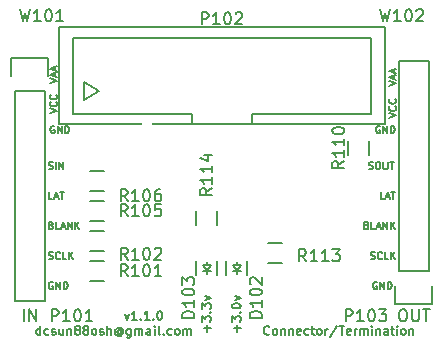
<source format=gbr>
G04 #@! TF.GenerationSoftware,KiCad,Pcbnew,(5.1.5)*
G04 #@! TF.CreationDate,2019-12-06T17:14:53-05:00*
G04 #@! TF.ProjectId,term,7465726d-2e6b-4696-9361-645f70636258,rev?*
G04 #@! TF.SameCoordinates,Original*
G04 #@! TF.FileFunction,Legend,Top*
G04 #@! TF.FilePolarity,Positive*
%FSLAX46Y46*%
G04 Gerber Fmt 4.6, Leading zero omitted, Abs format (unit mm)*
G04 Created by KiCad (PCBNEW (5.1.5)) date 2019-12-06 17:14:53*
%MOMM*%
%LPD*%
G04 APERTURE LIST*
%ADD10C,0.150000*%
%ADD11C,1.016000*%
%ADD12C,2.032000*%
%ADD13R,2.032000X1.778000*%
%ADD14C,2.286000*%
%ADD15R,1.778000X1.778000*%
%ADD16C,1.778000*%
%ADD17R,1.000000X1.300000*%
%ADD18R,1.300000X1.000000*%
%ADD19R,1.300000X1.200000*%
%ADD20C,0.889000*%
G04 APERTURE END LIST*
D10*
X143563571Y-111827285D02*
X143563571Y-111255857D01*
X143849285Y-111541571D02*
X143277857Y-111541571D01*
X143099285Y-110970142D02*
X143099285Y-110505857D01*
X143385000Y-110755857D01*
X143385000Y-110648714D01*
X143420714Y-110577285D01*
X143456428Y-110541571D01*
X143527857Y-110505857D01*
X143706428Y-110505857D01*
X143777857Y-110541571D01*
X143813571Y-110577285D01*
X143849285Y-110648714D01*
X143849285Y-110863000D01*
X143813571Y-110934428D01*
X143777857Y-110970142D01*
X143777857Y-110184428D02*
X143813571Y-110148714D01*
X143849285Y-110184428D01*
X143813571Y-110220142D01*
X143777857Y-110184428D01*
X143849285Y-110184428D01*
X143099285Y-109898714D02*
X143099285Y-109434428D01*
X143385000Y-109684428D01*
X143385000Y-109577285D01*
X143420714Y-109505857D01*
X143456428Y-109470142D01*
X143527857Y-109434428D01*
X143706428Y-109434428D01*
X143777857Y-109470142D01*
X143813571Y-109505857D01*
X143849285Y-109577285D01*
X143849285Y-109791571D01*
X143813571Y-109863000D01*
X143777857Y-109898714D01*
X143349285Y-109184428D02*
X143849285Y-109005857D01*
X143349285Y-108827285D01*
X146103571Y-111827285D02*
X146103571Y-111255857D01*
X146389285Y-111541571D02*
X145817857Y-111541571D01*
X145639285Y-110970142D02*
X145639285Y-110505857D01*
X145925000Y-110755857D01*
X145925000Y-110648714D01*
X145960714Y-110577285D01*
X145996428Y-110541571D01*
X146067857Y-110505857D01*
X146246428Y-110505857D01*
X146317857Y-110541571D01*
X146353571Y-110577285D01*
X146389285Y-110648714D01*
X146389285Y-110863000D01*
X146353571Y-110934428D01*
X146317857Y-110970142D01*
X146317857Y-110184428D02*
X146353571Y-110148714D01*
X146389285Y-110184428D01*
X146353571Y-110220142D01*
X146317857Y-110184428D01*
X146389285Y-110184428D01*
X145639285Y-109684428D02*
X145639285Y-109613000D01*
X145675000Y-109541571D01*
X145710714Y-109505857D01*
X145782142Y-109470142D01*
X145925000Y-109434428D01*
X146103571Y-109434428D01*
X146246428Y-109470142D01*
X146317857Y-109505857D01*
X146353571Y-109541571D01*
X146389285Y-109613000D01*
X146389285Y-109684428D01*
X146353571Y-109755857D01*
X146317857Y-109791571D01*
X146246428Y-109827285D01*
X146103571Y-109863000D01*
X145925000Y-109863000D01*
X145782142Y-109827285D01*
X145710714Y-109791571D01*
X145675000Y-109755857D01*
X145639285Y-109684428D01*
X145889285Y-109184428D02*
X146389285Y-109005857D01*
X145889285Y-108827285D01*
X158170071Y-94442000D02*
X158112928Y-94413428D01*
X158027214Y-94413428D01*
X157941500Y-94442000D01*
X157884357Y-94499142D01*
X157855785Y-94556285D01*
X157827214Y-94670571D01*
X157827214Y-94756285D01*
X157855785Y-94870571D01*
X157884357Y-94927714D01*
X157941500Y-94984857D01*
X158027214Y-95013428D01*
X158084357Y-95013428D01*
X158170071Y-94984857D01*
X158198642Y-94956285D01*
X158198642Y-94756285D01*
X158084357Y-94756285D01*
X158455785Y-95013428D02*
X158455785Y-94413428D01*
X158798642Y-95013428D01*
X158798642Y-94413428D01*
X159084357Y-95013428D02*
X159084357Y-94413428D01*
X159227214Y-94413428D01*
X159312928Y-94442000D01*
X159370071Y-94499142D01*
X159398642Y-94556285D01*
X159427214Y-94670571D01*
X159427214Y-94756285D01*
X159398642Y-94870571D01*
X159370071Y-94927714D01*
X159312928Y-94984857D01*
X159227214Y-95013428D01*
X159084357Y-95013428D01*
X157916071Y-107650000D02*
X157858928Y-107621428D01*
X157773214Y-107621428D01*
X157687500Y-107650000D01*
X157630357Y-107707142D01*
X157601785Y-107764285D01*
X157573214Y-107878571D01*
X157573214Y-107964285D01*
X157601785Y-108078571D01*
X157630357Y-108135714D01*
X157687500Y-108192857D01*
X157773214Y-108221428D01*
X157830357Y-108221428D01*
X157916071Y-108192857D01*
X157944642Y-108164285D01*
X157944642Y-107964285D01*
X157830357Y-107964285D01*
X158201785Y-108221428D02*
X158201785Y-107621428D01*
X158544642Y-108221428D01*
X158544642Y-107621428D01*
X158830357Y-108221428D02*
X158830357Y-107621428D01*
X158973214Y-107621428D01*
X159058928Y-107650000D01*
X159116071Y-107707142D01*
X159144642Y-107764285D01*
X159173214Y-107878571D01*
X159173214Y-107964285D01*
X159144642Y-108078571D01*
X159116071Y-108135714D01*
X159058928Y-108192857D01*
X158973214Y-108221428D01*
X158830357Y-108221428D01*
X157055785Y-102827142D02*
X157141500Y-102855714D01*
X157170071Y-102884285D01*
X157198642Y-102941428D01*
X157198642Y-103027142D01*
X157170071Y-103084285D01*
X157141500Y-103112857D01*
X157084357Y-103141428D01*
X156855785Y-103141428D01*
X156855785Y-102541428D01*
X157055785Y-102541428D01*
X157112928Y-102570000D01*
X157141500Y-102598571D01*
X157170071Y-102655714D01*
X157170071Y-102712857D01*
X157141500Y-102770000D01*
X157112928Y-102798571D01*
X157055785Y-102827142D01*
X156855785Y-102827142D01*
X157741500Y-103141428D02*
X157455785Y-103141428D01*
X157455785Y-102541428D01*
X157912928Y-102970000D02*
X158198642Y-102970000D01*
X157855785Y-103141428D02*
X158055785Y-102541428D01*
X158255785Y-103141428D01*
X158455785Y-103141428D02*
X158455785Y-102541428D01*
X158798642Y-103141428D01*
X158798642Y-102541428D01*
X159084357Y-103141428D02*
X159084357Y-102541428D01*
X159427214Y-103141428D02*
X159170071Y-102798571D01*
X159427214Y-102541428D02*
X159084357Y-102884285D01*
X157398642Y-105652857D02*
X157484357Y-105681428D01*
X157627214Y-105681428D01*
X157684357Y-105652857D01*
X157712928Y-105624285D01*
X157741500Y-105567142D01*
X157741500Y-105510000D01*
X157712928Y-105452857D01*
X157684357Y-105424285D01*
X157627214Y-105395714D01*
X157512928Y-105367142D01*
X157455785Y-105338571D01*
X157427214Y-105310000D01*
X157398642Y-105252857D01*
X157398642Y-105195714D01*
X157427214Y-105138571D01*
X157455785Y-105110000D01*
X157512928Y-105081428D01*
X157655785Y-105081428D01*
X157741500Y-105110000D01*
X158341500Y-105624285D02*
X158312928Y-105652857D01*
X158227214Y-105681428D01*
X158170071Y-105681428D01*
X158084357Y-105652857D01*
X158027214Y-105595714D01*
X157998642Y-105538571D01*
X157970071Y-105424285D01*
X157970071Y-105338571D01*
X157998642Y-105224285D01*
X158027214Y-105167142D01*
X158084357Y-105110000D01*
X158170071Y-105081428D01*
X158227214Y-105081428D01*
X158312928Y-105110000D01*
X158341500Y-105138571D01*
X158884357Y-105681428D02*
X158598642Y-105681428D01*
X158598642Y-105081428D01*
X159084357Y-105681428D02*
X159084357Y-105081428D01*
X159427214Y-105681428D02*
X159170071Y-105338571D01*
X159427214Y-105081428D02*
X159084357Y-105424285D01*
X158512928Y-100601428D02*
X158227214Y-100601428D01*
X158227214Y-100001428D01*
X158684357Y-100430000D02*
X158970071Y-100430000D01*
X158627214Y-100601428D02*
X158827214Y-100001428D01*
X159027214Y-100601428D01*
X159141500Y-100001428D02*
X159484357Y-100001428D01*
X159312928Y-100601428D02*
X159312928Y-100001428D01*
X160036000Y-109942380D02*
X160226476Y-109942380D01*
X160321714Y-109990000D01*
X160416952Y-110085238D01*
X160464571Y-110275714D01*
X160464571Y-110609047D01*
X160416952Y-110799523D01*
X160321714Y-110894761D01*
X160226476Y-110942380D01*
X160036000Y-110942380D01*
X159940761Y-110894761D01*
X159845523Y-110799523D01*
X159797904Y-110609047D01*
X159797904Y-110275714D01*
X159845523Y-110085238D01*
X159940761Y-109990000D01*
X160036000Y-109942380D01*
X160893142Y-109942380D02*
X160893142Y-110751904D01*
X160940761Y-110847142D01*
X160988380Y-110894761D01*
X161083619Y-110942380D01*
X161274095Y-110942380D01*
X161369333Y-110894761D01*
X161416952Y-110847142D01*
X161464571Y-110751904D01*
X161464571Y-109942380D01*
X161797904Y-109942380D02*
X162369333Y-109942380D01*
X162083619Y-110942380D02*
X162083619Y-109942380D01*
X128000190Y-110942380D02*
X128000190Y-109942380D01*
X128476380Y-110942380D02*
X128476380Y-109942380D01*
X129047809Y-110942380D01*
X129047809Y-109942380D01*
X130227428Y-90777357D02*
X130827428Y-90577357D01*
X130227428Y-90377357D01*
X130656000Y-90205928D02*
X130656000Y-89920214D01*
X130827428Y-90263071D02*
X130227428Y-90063071D01*
X130827428Y-89863071D01*
X130656000Y-89691642D02*
X130656000Y-89405928D01*
X130827428Y-89748785D02*
X130227428Y-89548785D01*
X130827428Y-89348785D01*
X130227428Y-93317357D02*
X130827428Y-93117357D01*
X130227428Y-92917357D01*
X130770285Y-92374500D02*
X130798857Y-92403071D01*
X130827428Y-92488785D01*
X130827428Y-92545928D01*
X130798857Y-92631642D01*
X130741714Y-92688785D01*
X130684571Y-92717357D01*
X130570285Y-92745928D01*
X130484571Y-92745928D01*
X130370285Y-92717357D01*
X130313142Y-92688785D01*
X130256000Y-92631642D01*
X130227428Y-92545928D01*
X130227428Y-92488785D01*
X130256000Y-92403071D01*
X130284571Y-92374500D01*
X130770285Y-91774500D02*
X130798857Y-91803071D01*
X130827428Y-91888785D01*
X130827428Y-91945928D01*
X130798857Y-92031642D01*
X130741714Y-92088785D01*
X130684571Y-92117357D01*
X130570285Y-92145928D01*
X130484571Y-92145928D01*
X130370285Y-92117357D01*
X130313142Y-92088785D01*
X130256000Y-92031642D01*
X130227428Y-91945928D01*
X130227428Y-91888785D01*
X130256000Y-91803071D01*
X130284571Y-91774500D01*
X136568857Y-110329285D02*
X136747428Y-110829285D01*
X136926000Y-110329285D01*
X137604571Y-110829285D02*
X137176000Y-110829285D01*
X137390285Y-110829285D02*
X137390285Y-110079285D01*
X137318857Y-110186428D01*
X137247428Y-110257857D01*
X137176000Y-110293571D01*
X137926000Y-110757857D02*
X137961714Y-110793571D01*
X137926000Y-110829285D01*
X137890285Y-110793571D01*
X137926000Y-110757857D01*
X137926000Y-110829285D01*
X138676000Y-110829285D02*
X138247428Y-110829285D01*
X138461714Y-110829285D02*
X138461714Y-110079285D01*
X138390285Y-110186428D01*
X138318857Y-110257857D01*
X138247428Y-110293571D01*
X138997428Y-110757857D02*
X139033142Y-110793571D01*
X138997428Y-110829285D01*
X138961714Y-110793571D01*
X138997428Y-110757857D01*
X138997428Y-110829285D01*
X139497428Y-110079285D02*
X139568857Y-110079285D01*
X139640285Y-110115000D01*
X139676000Y-110150714D01*
X139711714Y-110222142D01*
X139747428Y-110365000D01*
X139747428Y-110543571D01*
X139711714Y-110686428D01*
X139676000Y-110757857D01*
X139640285Y-110793571D01*
X139568857Y-110829285D01*
X139497428Y-110829285D01*
X139426000Y-110793571D01*
X139390285Y-110757857D01*
X139354571Y-110686428D01*
X139318857Y-110543571D01*
X139318857Y-110365000D01*
X139354571Y-110222142D01*
X139390285Y-110150714D01*
X139426000Y-110115000D01*
X139497428Y-110079285D01*
X148811000Y-112027857D02*
X148775285Y-112063571D01*
X148668142Y-112099285D01*
X148596714Y-112099285D01*
X148489571Y-112063571D01*
X148418142Y-111992142D01*
X148382428Y-111920714D01*
X148346714Y-111777857D01*
X148346714Y-111670714D01*
X148382428Y-111527857D01*
X148418142Y-111456428D01*
X148489571Y-111385000D01*
X148596714Y-111349285D01*
X148668142Y-111349285D01*
X148775285Y-111385000D01*
X148811000Y-111420714D01*
X149239571Y-112099285D02*
X149168142Y-112063571D01*
X149132428Y-112027857D01*
X149096714Y-111956428D01*
X149096714Y-111742142D01*
X149132428Y-111670714D01*
X149168142Y-111635000D01*
X149239571Y-111599285D01*
X149346714Y-111599285D01*
X149418142Y-111635000D01*
X149453857Y-111670714D01*
X149489571Y-111742142D01*
X149489571Y-111956428D01*
X149453857Y-112027857D01*
X149418142Y-112063571D01*
X149346714Y-112099285D01*
X149239571Y-112099285D01*
X149811000Y-111599285D02*
X149811000Y-112099285D01*
X149811000Y-111670714D02*
X149846714Y-111635000D01*
X149918142Y-111599285D01*
X150025285Y-111599285D01*
X150096714Y-111635000D01*
X150132428Y-111706428D01*
X150132428Y-112099285D01*
X150489571Y-111599285D02*
X150489571Y-112099285D01*
X150489571Y-111670714D02*
X150525285Y-111635000D01*
X150596714Y-111599285D01*
X150703857Y-111599285D01*
X150775285Y-111635000D01*
X150811000Y-111706428D01*
X150811000Y-112099285D01*
X151453857Y-112063571D02*
X151382428Y-112099285D01*
X151239571Y-112099285D01*
X151168142Y-112063571D01*
X151132428Y-111992142D01*
X151132428Y-111706428D01*
X151168142Y-111635000D01*
X151239571Y-111599285D01*
X151382428Y-111599285D01*
X151453857Y-111635000D01*
X151489571Y-111706428D01*
X151489571Y-111777857D01*
X151132428Y-111849285D01*
X152132428Y-112063571D02*
X152061000Y-112099285D01*
X151918142Y-112099285D01*
X151846714Y-112063571D01*
X151811000Y-112027857D01*
X151775285Y-111956428D01*
X151775285Y-111742142D01*
X151811000Y-111670714D01*
X151846714Y-111635000D01*
X151918142Y-111599285D01*
X152061000Y-111599285D01*
X152132428Y-111635000D01*
X152346714Y-111599285D02*
X152632428Y-111599285D01*
X152453857Y-111349285D02*
X152453857Y-111992142D01*
X152489571Y-112063571D01*
X152561000Y-112099285D01*
X152632428Y-112099285D01*
X152989571Y-112099285D02*
X152918142Y-112063571D01*
X152882428Y-112027857D01*
X152846714Y-111956428D01*
X152846714Y-111742142D01*
X152882428Y-111670714D01*
X152918142Y-111635000D01*
X152989571Y-111599285D01*
X153096714Y-111599285D01*
X153168142Y-111635000D01*
X153203857Y-111670714D01*
X153239571Y-111742142D01*
X153239571Y-111956428D01*
X153203857Y-112027857D01*
X153168142Y-112063571D01*
X153096714Y-112099285D01*
X152989571Y-112099285D01*
X153561000Y-112099285D02*
X153561000Y-111599285D01*
X153561000Y-111742142D02*
X153596714Y-111670714D01*
X153632428Y-111635000D01*
X153703857Y-111599285D01*
X153775285Y-111599285D01*
X154561000Y-111313571D02*
X153918142Y-112277857D01*
X154703857Y-111349285D02*
X155132428Y-111349285D01*
X154918142Y-112099285D02*
X154918142Y-111349285D01*
X155668142Y-112063571D02*
X155596714Y-112099285D01*
X155453857Y-112099285D01*
X155382428Y-112063571D01*
X155346714Y-111992142D01*
X155346714Y-111706428D01*
X155382428Y-111635000D01*
X155453857Y-111599285D01*
X155596714Y-111599285D01*
X155668142Y-111635000D01*
X155703857Y-111706428D01*
X155703857Y-111777857D01*
X155346714Y-111849285D01*
X156025285Y-112099285D02*
X156025285Y-111599285D01*
X156025285Y-111742142D02*
X156061000Y-111670714D01*
X156096714Y-111635000D01*
X156168142Y-111599285D01*
X156239571Y-111599285D01*
X156489571Y-112099285D02*
X156489571Y-111599285D01*
X156489571Y-111670714D02*
X156525285Y-111635000D01*
X156596714Y-111599285D01*
X156703857Y-111599285D01*
X156775285Y-111635000D01*
X156811000Y-111706428D01*
X156811000Y-112099285D01*
X156811000Y-111706428D02*
X156846714Y-111635000D01*
X156918142Y-111599285D01*
X157025285Y-111599285D01*
X157096714Y-111635000D01*
X157132428Y-111706428D01*
X157132428Y-112099285D01*
X157489571Y-112099285D02*
X157489571Y-111599285D01*
X157489571Y-111349285D02*
X157453857Y-111385000D01*
X157489571Y-111420714D01*
X157525285Y-111385000D01*
X157489571Y-111349285D01*
X157489571Y-111420714D01*
X157846714Y-111599285D02*
X157846714Y-112099285D01*
X157846714Y-111670714D02*
X157882428Y-111635000D01*
X157953857Y-111599285D01*
X158061000Y-111599285D01*
X158132428Y-111635000D01*
X158168142Y-111706428D01*
X158168142Y-112099285D01*
X158846714Y-112099285D02*
X158846714Y-111706428D01*
X158811000Y-111635000D01*
X158739571Y-111599285D01*
X158596714Y-111599285D01*
X158525285Y-111635000D01*
X158846714Y-112063571D02*
X158775285Y-112099285D01*
X158596714Y-112099285D01*
X158525285Y-112063571D01*
X158489571Y-111992142D01*
X158489571Y-111920714D01*
X158525285Y-111849285D01*
X158596714Y-111813571D01*
X158775285Y-111813571D01*
X158846714Y-111777857D01*
X159096714Y-111599285D02*
X159382428Y-111599285D01*
X159203857Y-111349285D02*
X159203857Y-111992142D01*
X159239571Y-112063571D01*
X159311000Y-112099285D01*
X159382428Y-112099285D01*
X159632428Y-112099285D02*
X159632428Y-111599285D01*
X159632428Y-111349285D02*
X159596714Y-111385000D01*
X159632428Y-111420714D01*
X159668142Y-111385000D01*
X159632428Y-111349285D01*
X159632428Y-111420714D01*
X160096714Y-112099285D02*
X160025285Y-112063571D01*
X159989571Y-112027857D01*
X159953857Y-111956428D01*
X159953857Y-111742142D01*
X159989571Y-111670714D01*
X160025285Y-111635000D01*
X160096714Y-111599285D01*
X160203857Y-111599285D01*
X160275285Y-111635000D01*
X160311000Y-111670714D01*
X160346714Y-111742142D01*
X160346714Y-111956428D01*
X160311000Y-112027857D01*
X160275285Y-112063571D01*
X160203857Y-112099285D01*
X160096714Y-112099285D01*
X160668142Y-111599285D02*
X160668142Y-112099285D01*
X160668142Y-111670714D02*
X160703857Y-111635000D01*
X160775285Y-111599285D01*
X160882428Y-111599285D01*
X160953857Y-111635000D01*
X160989571Y-111706428D01*
X160989571Y-112099285D01*
X129421714Y-112099285D02*
X129421714Y-111349285D01*
X129421714Y-112063571D02*
X129350285Y-112099285D01*
X129207428Y-112099285D01*
X129136000Y-112063571D01*
X129100285Y-112027857D01*
X129064571Y-111956428D01*
X129064571Y-111742142D01*
X129100285Y-111670714D01*
X129136000Y-111635000D01*
X129207428Y-111599285D01*
X129350285Y-111599285D01*
X129421714Y-111635000D01*
X130100285Y-112063571D02*
X130028857Y-112099285D01*
X129886000Y-112099285D01*
X129814571Y-112063571D01*
X129778857Y-112027857D01*
X129743142Y-111956428D01*
X129743142Y-111742142D01*
X129778857Y-111670714D01*
X129814571Y-111635000D01*
X129886000Y-111599285D01*
X130028857Y-111599285D01*
X130100285Y-111635000D01*
X130386000Y-112063571D02*
X130457428Y-112099285D01*
X130600285Y-112099285D01*
X130671714Y-112063571D01*
X130707428Y-111992142D01*
X130707428Y-111956428D01*
X130671714Y-111885000D01*
X130600285Y-111849285D01*
X130493142Y-111849285D01*
X130421714Y-111813571D01*
X130386000Y-111742142D01*
X130386000Y-111706428D01*
X130421714Y-111635000D01*
X130493142Y-111599285D01*
X130600285Y-111599285D01*
X130671714Y-111635000D01*
X131350285Y-111599285D02*
X131350285Y-112099285D01*
X131028857Y-111599285D02*
X131028857Y-111992142D01*
X131064571Y-112063571D01*
X131136000Y-112099285D01*
X131243142Y-112099285D01*
X131314571Y-112063571D01*
X131350285Y-112027857D01*
X131707428Y-111599285D02*
X131707428Y-112099285D01*
X131707428Y-111670714D02*
X131743142Y-111635000D01*
X131814571Y-111599285D01*
X131921714Y-111599285D01*
X131993142Y-111635000D01*
X132028857Y-111706428D01*
X132028857Y-112099285D01*
X132493142Y-111670714D02*
X132421714Y-111635000D01*
X132386000Y-111599285D01*
X132350285Y-111527857D01*
X132350285Y-111492142D01*
X132386000Y-111420714D01*
X132421714Y-111385000D01*
X132493142Y-111349285D01*
X132636000Y-111349285D01*
X132707428Y-111385000D01*
X132743142Y-111420714D01*
X132778857Y-111492142D01*
X132778857Y-111527857D01*
X132743142Y-111599285D01*
X132707428Y-111635000D01*
X132636000Y-111670714D01*
X132493142Y-111670714D01*
X132421714Y-111706428D01*
X132386000Y-111742142D01*
X132350285Y-111813571D01*
X132350285Y-111956428D01*
X132386000Y-112027857D01*
X132421714Y-112063571D01*
X132493142Y-112099285D01*
X132636000Y-112099285D01*
X132707428Y-112063571D01*
X132743142Y-112027857D01*
X132778857Y-111956428D01*
X132778857Y-111813571D01*
X132743142Y-111742142D01*
X132707428Y-111706428D01*
X132636000Y-111670714D01*
X133207428Y-111670714D02*
X133136000Y-111635000D01*
X133100285Y-111599285D01*
X133064571Y-111527857D01*
X133064571Y-111492142D01*
X133100285Y-111420714D01*
X133136000Y-111385000D01*
X133207428Y-111349285D01*
X133350285Y-111349285D01*
X133421714Y-111385000D01*
X133457428Y-111420714D01*
X133493142Y-111492142D01*
X133493142Y-111527857D01*
X133457428Y-111599285D01*
X133421714Y-111635000D01*
X133350285Y-111670714D01*
X133207428Y-111670714D01*
X133136000Y-111706428D01*
X133100285Y-111742142D01*
X133064571Y-111813571D01*
X133064571Y-111956428D01*
X133100285Y-112027857D01*
X133136000Y-112063571D01*
X133207428Y-112099285D01*
X133350285Y-112099285D01*
X133421714Y-112063571D01*
X133457428Y-112027857D01*
X133493142Y-111956428D01*
X133493142Y-111813571D01*
X133457428Y-111742142D01*
X133421714Y-111706428D01*
X133350285Y-111670714D01*
X133921714Y-112099285D02*
X133850285Y-112063571D01*
X133814571Y-112027857D01*
X133778857Y-111956428D01*
X133778857Y-111742142D01*
X133814571Y-111670714D01*
X133850285Y-111635000D01*
X133921714Y-111599285D01*
X134028857Y-111599285D01*
X134100285Y-111635000D01*
X134136000Y-111670714D01*
X134171714Y-111742142D01*
X134171714Y-111956428D01*
X134136000Y-112027857D01*
X134100285Y-112063571D01*
X134028857Y-112099285D01*
X133921714Y-112099285D01*
X134457428Y-112063571D02*
X134528857Y-112099285D01*
X134671714Y-112099285D01*
X134743142Y-112063571D01*
X134778857Y-111992142D01*
X134778857Y-111956428D01*
X134743142Y-111885000D01*
X134671714Y-111849285D01*
X134564571Y-111849285D01*
X134493142Y-111813571D01*
X134457428Y-111742142D01*
X134457428Y-111706428D01*
X134493142Y-111635000D01*
X134564571Y-111599285D01*
X134671714Y-111599285D01*
X134743142Y-111635000D01*
X135100285Y-112099285D02*
X135100285Y-111349285D01*
X135421714Y-112099285D02*
X135421714Y-111706428D01*
X135386000Y-111635000D01*
X135314571Y-111599285D01*
X135207428Y-111599285D01*
X135136000Y-111635000D01*
X135100285Y-111670714D01*
X136243142Y-111742142D02*
X136207428Y-111706428D01*
X136136000Y-111670714D01*
X136064571Y-111670714D01*
X135993142Y-111706428D01*
X135957428Y-111742142D01*
X135921714Y-111813571D01*
X135921714Y-111885000D01*
X135957428Y-111956428D01*
X135993142Y-111992142D01*
X136064571Y-112027857D01*
X136136000Y-112027857D01*
X136207428Y-111992142D01*
X136243142Y-111956428D01*
X136243142Y-111670714D02*
X136243142Y-111956428D01*
X136278857Y-111992142D01*
X136314571Y-111992142D01*
X136386000Y-111956428D01*
X136421714Y-111885000D01*
X136421714Y-111706428D01*
X136350285Y-111599285D01*
X136243142Y-111527857D01*
X136100285Y-111492142D01*
X135957428Y-111527857D01*
X135850285Y-111599285D01*
X135778857Y-111706428D01*
X135743142Y-111849285D01*
X135778857Y-111992142D01*
X135850285Y-112099285D01*
X135957428Y-112170714D01*
X136100285Y-112206428D01*
X136243142Y-112170714D01*
X136350285Y-112099285D01*
X137064571Y-111599285D02*
X137064571Y-112206428D01*
X137028857Y-112277857D01*
X136993142Y-112313571D01*
X136921714Y-112349285D01*
X136814571Y-112349285D01*
X136743142Y-112313571D01*
X137064571Y-112063571D02*
X136993142Y-112099285D01*
X136850285Y-112099285D01*
X136778857Y-112063571D01*
X136743142Y-112027857D01*
X136707428Y-111956428D01*
X136707428Y-111742142D01*
X136743142Y-111670714D01*
X136778857Y-111635000D01*
X136850285Y-111599285D01*
X136993142Y-111599285D01*
X137064571Y-111635000D01*
X137421714Y-112099285D02*
X137421714Y-111599285D01*
X137421714Y-111670714D02*
X137457428Y-111635000D01*
X137528857Y-111599285D01*
X137636000Y-111599285D01*
X137707428Y-111635000D01*
X137743142Y-111706428D01*
X137743142Y-112099285D01*
X137743142Y-111706428D02*
X137778857Y-111635000D01*
X137850285Y-111599285D01*
X137957428Y-111599285D01*
X138028857Y-111635000D01*
X138064571Y-111706428D01*
X138064571Y-112099285D01*
X138743142Y-112099285D02*
X138743142Y-111706428D01*
X138707428Y-111635000D01*
X138636000Y-111599285D01*
X138493142Y-111599285D01*
X138421714Y-111635000D01*
X138743142Y-112063571D02*
X138671714Y-112099285D01*
X138493142Y-112099285D01*
X138421714Y-112063571D01*
X138386000Y-111992142D01*
X138386000Y-111920714D01*
X138421714Y-111849285D01*
X138493142Y-111813571D01*
X138671714Y-111813571D01*
X138743142Y-111777857D01*
X139100285Y-112099285D02*
X139100285Y-111599285D01*
X139100285Y-111349285D02*
X139064571Y-111385000D01*
X139100285Y-111420714D01*
X139136000Y-111385000D01*
X139100285Y-111349285D01*
X139100285Y-111420714D01*
X139564571Y-112099285D02*
X139493142Y-112063571D01*
X139457428Y-111992142D01*
X139457428Y-111349285D01*
X139850285Y-112027857D02*
X139886000Y-112063571D01*
X139850285Y-112099285D01*
X139814571Y-112063571D01*
X139850285Y-112027857D01*
X139850285Y-112099285D01*
X140528857Y-112063571D02*
X140457428Y-112099285D01*
X140314571Y-112099285D01*
X140243142Y-112063571D01*
X140207428Y-112027857D01*
X140171714Y-111956428D01*
X140171714Y-111742142D01*
X140207428Y-111670714D01*
X140243142Y-111635000D01*
X140314571Y-111599285D01*
X140457428Y-111599285D01*
X140528857Y-111635000D01*
X140957428Y-112099285D02*
X140886000Y-112063571D01*
X140850285Y-112027857D01*
X140814571Y-111956428D01*
X140814571Y-111742142D01*
X140850285Y-111670714D01*
X140886000Y-111635000D01*
X140957428Y-111599285D01*
X141064571Y-111599285D01*
X141136000Y-111635000D01*
X141171714Y-111670714D01*
X141207428Y-111742142D01*
X141207428Y-111956428D01*
X141171714Y-112027857D01*
X141136000Y-112063571D01*
X141064571Y-112099285D01*
X140957428Y-112099285D01*
X141528857Y-112099285D02*
X141528857Y-111599285D01*
X141528857Y-111670714D02*
X141564571Y-111635000D01*
X141636000Y-111599285D01*
X141743142Y-111599285D01*
X141814571Y-111635000D01*
X141850285Y-111706428D01*
X141850285Y-112099285D01*
X141850285Y-111706428D02*
X141886000Y-111635000D01*
X141957428Y-111599285D01*
X142064571Y-111599285D01*
X142136000Y-111635000D01*
X142171714Y-111706428D01*
X142171714Y-112099285D01*
X157243071Y-98032857D02*
X157328785Y-98061428D01*
X157471642Y-98061428D01*
X157528785Y-98032857D01*
X157557357Y-98004285D01*
X157585928Y-97947142D01*
X157585928Y-97890000D01*
X157557357Y-97832857D01*
X157528785Y-97804285D01*
X157471642Y-97775714D01*
X157357357Y-97747142D01*
X157300214Y-97718571D01*
X157271642Y-97690000D01*
X157243071Y-97632857D01*
X157243071Y-97575714D01*
X157271642Y-97518571D01*
X157300214Y-97490000D01*
X157357357Y-97461428D01*
X157500214Y-97461428D01*
X157585928Y-97490000D01*
X157957357Y-97461428D02*
X158071642Y-97461428D01*
X158128785Y-97490000D01*
X158185928Y-97547142D01*
X158214500Y-97661428D01*
X158214500Y-97861428D01*
X158185928Y-97975714D01*
X158128785Y-98032857D01*
X158071642Y-98061428D01*
X157957357Y-98061428D01*
X157900214Y-98032857D01*
X157843071Y-97975714D01*
X157814500Y-97861428D01*
X157814500Y-97661428D01*
X157843071Y-97547142D01*
X157900214Y-97490000D01*
X157957357Y-97461428D01*
X158471642Y-97461428D02*
X158471642Y-97947142D01*
X158500214Y-98004285D01*
X158528785Y-98032857D01*
X158585928Y-98061428D01*
X158700214Y-98061428D01*
X158757357Y-98032857D01*
X158785928Y-98004285D01*
X158814500Y-97947142D01*
X158814500Y-97461428D01*
X159014500Y-97461428D02*
X159357357Y-97461428D01*
X159185928Y-98061428D02*
X159185928Y-97461428D01*
X158929428Y-90991214D02*
X159529428Y-90791214D01*
X158929428Y-90591214D01*
X159358000Y-90419785D02*
X159358000Y-90134071D01*
X159529428Y-90476928D02*
X158929428Y-90276928D01*
X159529428Y-90076928D01*
X159358000Y-89905500D02*
X159358000Y-89619785D01*
X159529428Y-89962642D02*
X158929428Y-89762642D01*
X159529428Y-89562642D01*
X158929428Y-93702642D02*
X159529428Y-93502642D01*
X158929428Y-93302642D01*
X159472285Y-92759785D02*
X159500857Y-92788357D01*
X159529428Y-92874071D01*
X159529428Y-92931214D01*
X159500857Y-93016928D01*
X159443714Y-93074071D01*
X159386571Y-93102642D01*
X159272285Y-93131214D01*
X159186571Y-93131214D01*
X159072285Y-93102642D01*
X159015142Y-93074071D01*
X158958000Y-93016928D01*
X158929428Y-92931214D01*
X158929428Y-92874071D01*
X158958000Y-92788357D01*
X158986571Y-92759785D01*
X159472285Y-92159785D02*
X159500857Y-92188357D01*
X159529428Y-92274071D01*
X159529428Y-92331214D01*
X159500857Y-92416928D01*
X159443714Y-92474071D01*
X159386571Y-92502642D01*
X159272285Y-92531214D01*
X159186571Y-92531214D01*
X159072285Y-92502642D01*
X159015142Y-92474071D01*
X158958000Y-92416928D01*
X158929428Y-92331214D01*
X158929428Y-92274071D01*
X158958000Y-92188357D01*
X158986571Y-92159785D01*
X130602642Y-94442000D02*
X130545500Y-94413428D01*
X130459785Y-94413428D01*
X130374071Y-94442000D01*
X130316928Y-94499142D01*
X130288357Y-94556285D01*
X130259785Y-94670571D01*
X130259785Y-94756285D01*
X130288357Y-94870571D01*
X130316928Y-94927714D01*
X130374071Y-94984857D01*
X130459785Y-95013428D01*
X130516928Y-95013428D01*
X130602642Y-94984857D01*
X130631214Y-94956285D01*
X130631214Y-94756285D01*
X130516928Y-94756285D01*
X130888357Y-95013428D02*
X130888357Y-94413428D01*
X131231214Y-95013428D01*
X131231214Y-94413428D01*
X131516928Y-95013428D02*
X131516928Y-94413428D01*
X131659785Y-94413428D01*
X131745500Y-94442000D01*
X131802642Y-94499142D01*
X131831214Y-94556285D01*
X131859785Y-94670571D01*
X131859785Y-94756285D01*
X131831214Y-94870571D01*
X131802642Y-94927714D01*
X131745500Y-94984857D01*
X131659785Y-95013428D01*
X131516928Y-95013428D01*
X130132785Y-98032857D02*
X130218500Y-98061428D01*
X130361357Y-98061428D01*
X130418500Y-98032857D01*
X130447071Y-98004285D01*
X130475642Y-97947142D01*
X130475642Y-97890000D01*
X130447071Y-97832857D01*
X130418500Y-97804285D01*
X130361357Y-97775714D01*
X130247071Y-97747142D01*
X130189928Y-97718571D01*
X130161357Y-97690000D01*
X130132785Y-97632857D01*
X130132785Y-97575714D01*
X130161357Y-97518571D01*
X130189928Y-97490000D01*
X130247071Y-97461428D01*
X130389928Y-97461428D01*
X130475642Y-97490000D01*
X130732785Y-98061428D02*
X130732785Y-97461428D01*
X131018500Y-98061428D02*
X131018500Y-97461428D01*
X131361357Y-98061428D01*
X131361357Y-97461428D01*
X130447071Y-100601428D02*
X130161357Y-100601428D01*
X130161357Y-100001428D01*
X130618500Y-100430000D02*
X130904214Y-100430000D01*
X130561357Y-100601428D02*
X130761357Y-100001428D01*
X130961357Y-100601428D01*
X131075642Y-100001428D02*
X131418500Y-100001428D01*
X131247071Y-100601428D02*
X131247071Y-100001428D01*
X130361357Y-102827142D02*
X130447071Y-102855714D01*
X130475642Y-102884285D01*
X130504214Y-102941428D01*
X130504214Y-103027142D01*
X130475642Y-103084285D01*
X130447071Y-103112857D01*
X130389928Y-103141428D01*
X130161357Y-103141428D01*
X130161357Y-102541428D01*
X130361357Y-102541428D01*
X130418500Y-102570000D01*
X130447071Y-102598571D01*
X130475642Y-102655714D01*
X130475642Y-102712857D01*
X130447071Y-102770000D01*
X130418500Y-102798571D01*
X130361357Y-102827142D01*
X130161357Y-102827142D01*
X131047071Y-103141428D02*
X130761357Y-103141428D01*
X130761357Y-102541428D01*
X131218500Y-102970000D02*
X131504214Y-102970000D01*
X131161357Y-103141428D02*
X131361357Y-102541428D01*
X131561357Y-103141428D01*
X131761357Y-103141428D02*
X131761357Y-102541428D01*
X132104214Y-103141428D01*
X132104214Y-102541428D01*
X132389928Y-103141428D02*
X132389928Y-102541428D01*
X132732785Y-103141428D02*
X132475642Y-102798571D01*
X132732785Y-102541428D02*
X132389928Y-102884285D01*
X130132785Y-105652857D02*
X130218500Y-105681428D01*
X130361357Y-105681428D01*
X130418500Y-105652857D01*
X130447071Y-105624285D01*
X130475642Y-105567142D01*
X130475642Y-105510000D01*
X130447071Y-105452857D01*
X130418500Y-105424285D01*
X130361357Y-105395714D01*
X130247071Y-105367142D01*
X130189928Y-105338571D01*
X130161357Y-105310000D01*
X130132785Y-105252857D01*
X130132785Y-105195714D01*
X130161357Y-105138571D01*
X130189928Y-105110000D01*
X130247071Y-105081428D01*
X130389928Y-105081428D01*
X130475642Y-105110000D01*
X131075642Y-105624285D02*
X131047071Y-105652857D01*
X130961357Y-105681428D01*
X130904214Y-105681428D01*
X130818500Y-105652857D01*
X130761357Y-105595714D01*
X130732785Y-105538571D01*
X130704214Y-105424285D01*
X130704214Y-105338571D01*
X130732785Y-105224285D01*
X130761357Y-105167142D01*
X130818500Y-105110000D01*
X130904214Y-105081428D01*
X130961357Y-105081428D01*
X131047071Y-105110000D01*
X131075642Y-105138571D01*
X131618500Y-105681428D02*
X131332785Y-105681428D01*
X131332785Y-105081428D01*
X131818500Y-105681428D02*
X131818500Y-105081428D01*
X132161357Y-105681428D02*
X131904214Y-105338571D01*
X132161357Y-105081428D02*
X131818500Y-105424285D01*
X130475642Y-107650000D02*
X130418500Y-107621428D01*
X130332785Y-107621428D01*
X130247071Y-107650000D01*
X130189928Y-107707142D01*
X130161357Y-107764285D01*
X130132785Y-107878571D01*
X130132785Y-107964285D01*
X130161357Y-108078571D01*
X130189928Y-108135714D01*
X130247071Y-108192857D01*
X130332785Y-108221428D01*
X130389928Y-108221428D01*
X130475642Y-108192857D01*
X130504214Y-108164285D01*
X130504214Y-107964285D01*
X130389928Y-107964285D01*
X130761357Y-108221428D02*
X130761357Y-107621428D01*
X131104214Y-108221428D01*
X131104214Y-107621428D01*
X131389928Y-108221428D02*
X131389928Y-107621428D01*
X131532785Y-107621428D01*
X131618500Y-107650000D01*
X131675642Y-107707142D01*
X131704214Y-107764285D01*
X131732785Y-107878571D01*
X131732785Y-107964285D01*
X131704214Y-108078571D01*
X131675642Y-108135714D01*
X131618500Y-108192857D01*
X131532785Y-108221428D01*
X131389928Y-108221428D01*
X129794000Y-91440000D02*
X129794000Y-109220000D01*
X129794000Y-109220000D02*
X127254000Y-109220000D01*
X127254000Y-109220000D02*
X127254000Y-91440000D01*
X130074000Y-88620000D02*
X130074000Y-90170000D01*
X129794000Y-91440000D02*
X127254000Y-91440000D01*
X126974000Y-90170000D02*
X126974000Y-88620000D01*
X126974000Y-88620000D02*
X130074000Y-88620000D01*
X159766000Y-106680000D02*
X159766000Y-88900000D01*
X159766000Y-88900000D02*
X162306000Y-88900000D01*
X162306000Y-88900000D02*
X162306000Y-106680000D01*
X159486000Y-109500000D02*
X159486000Y-107950000D01*
X159766000Y-106680000D02*
X162306000Y-106680000D01*
X162586000Y-107950000D02*
X162586000Y-109500000D01*
X162586000Y-109500000D02*
X159486000Y-109500000D01*
X142240000Y-94270000D02*
X142240000Y-93370000D01*
X142240000Y-93370000D02*
X132180000Y-93370000D01*
X132180000Y-93370000D02*
X132180000Y-86970000D01*
X132180000Y-86970000D02*
X157380000Y-86970000D01*
X157380000Y-86970000D02*
X157380000Y-93370000D01*
X157380000Y-93370000D02*
X147320000Y-93370000D01*
X147320000Y-93370000D02*
X147320000Y-94270000D01*
X130980000Y-94270000D02*
X130980000Y-86070000D01*
X130980000Y-86070000D02*
X158580000Y-86070000D01*
X158580000Y-86070000D02*
X158580000Y-94270000D01*
X158580000Y-94270000D02*
X130980000Y-94270000D01*
X134366000Y-91440000D02*
X133096000Y-90678000D01*
X133096000Y-90678000D02*
X133096000Y-92202000D01*
X133096000Y-92202000D02*
X134366000Y-91440000D01*
X134839000Y-107555000D02*
X133639000Y-107555000D01*
X133639000Y-105805000D02*
X134839000Y-105805000D01*
X133639000Y-103265000D02*
X134839000Y-103265000D01*
X134839000Y-105015000D02*
X133639000Y-105015000D01*
X134839000Y-102475000D02*
X133639000Y-102475000D01*
X133639000Y-100725000D02*
X134839000Y-100725000D01*
X133639000Y-98185000D02*
X134839000Y-98185000D01*
X134839000Y-99935000D02*
X133639000Y-99935000D01*
X155462000Y-96866000D02*
X155462000Y-95666000D01*
X157212000Y-95666000D02*
X157212000Y-96866000D01*
X148709000Y-104281000D02*
X149909000Y-104281000D01*
X149909000Y-106031000D02*
X148709000Y-106031000D01*
X142635000Y-102835000D02*
X142635000Y-101635000D01*
X144385000Y-101635000D02*
X144385000Y-102835000D01*
X143510000Y-106176000D02*
X143510000Y-105926000D01*
X143510000Y-106676000D02*
X143510000Y-106926000D01*
X143510000Y-106676000D02*
X143160000Y-106176000D01*
X143160000Y-106176000D02*
X143860000Y-106176000D01*
X143860000Y-106176000D02*
X143510000Y-106676000D01*
X143160000Y-106676000D02*
X143860000Y-106676000D01*
X144385000Y-107026000D02*
X144385000Y-105826000D01*
X142635000Y-107026000D02*
X142635000Y-105826000D01*
X146050000Y-106176000D02*
X146050000Y-105926000D01*
X146050000Y-106676000D02*
X146050000Y-106926000D01*
X146050000Y-106676000D02*
X145700000Y-106176000D01*
X145700000Y-106176000D02*
X146400000Y-106176000D01*
X146400000Y-106176000D02*
X146050000Y-106676000D01*
X145700000Y-106676000D02*
X146400000Y-106676000D01*
X146925000Y-107026000D02*
X146925000Y-105826000D01*
X145175000Y-107026000D02*
X145175000Y-105826000D01*
X130389523Y-110942380D02*
X130389523Y-109942380D01*
X130770476Y-109942380D01*
X130865714Y-109990000D01*
X130913333Y-110037619D01*
X130960952Y-110132857D01*
X130960952Y-110275714D01*
X130913333Y-110370952D01*
X130865714Y-110418571D01*
X130770476Y-110466190D01*
X130389523Y-110466190D01*
X131913333Y-110942380D02*
X131341904Y-110942380D01*
X131627619Y-110942380D02*
X131627619Y-109942380D01*
X131532380Y-110085238D01*
X131437142Y-110180476D01*
X131341904Y-110228095D01*
X132532380Y-109942380D02*
X132627619Y-109942380D01*
X132722857Y-109990000D01*
X132770476Y-110037619D01*
X132818095Y-110132857D01*
X132865714Y-110323333D01*
X132865714Y-110561428D01*
X132818095Y-110751904D01*
X132770476Y-110847142D01*
X132722857Y-110894761D01*
X132627619Y-110942380D01*
X132532380Y-110942380D01*
X132437142Y-110894761D01*
X132389523Y-110847142D01*
X132341904Y-110751904D01*
X132294285Y-110561428D01*
X132294285Y-110323333D01*
X132341904Y-110132857D01*
X132389523Y-110037619D01*
X132437142Y-109990000D01*
X132532380Y-109942380D01*
X133818095Y-110942380D02*
X133246666Y-110942380D01*
X133532380Y-110942380D02*
X133532380Y-109942380D01*
X133437142Y-110085238D01*
X133341904Y-110180476D01*
X133246666Y-110228095D01*
X155281523Y-110942380D02*
X155281523Y-109942380D01*
X155662476Y-109942380D01*
X155757714Y-109990000D01*
X155805333Y-110037619D01*
X155852952Y-110132857D01*
X155852952Y-110275714D01*
X155805333Y-110370952D01*
X155757714Y-110418571D01*
X155662476Y-110466190D01*
X155281523Y-110466190D01*
X156805333Y-110942380D02*
X156233904Y-110942380D01*
X156519619Y-110942380D02*
X156519619Y-109942380D01*
X156424380Y-110085238D01*
X156329142Y-110180476D01*
X156233904Y-110228095D01*
X157424380Y-109942380D02*
X157519619Y-109942380D01*
X157614857Y-109990000D01*
X157662476Y-110037619D01*
X157710095Y-110132857D01*
X157757714Y-110323333D01*
X157757714Y-110561428D01*
X157710095Y-110751904D01*
X157662476Y-110847142D01*
X157614857Y-110894761D01*
X157519619Y-110942380D01*
X157424380Y-110942380D01*
X157329142Y-110894761D01*
X157281523Y-110847142D01*
X157233904Y-110751904D01*
X157186285Y-110561428D01*
X157186285Y-110323333D01*
X157233904Y-110132857D01*
X157281523Y-110037619D01*
X157329142Y-109990000D01*
X157424380Y-109942380D01*
X158091047Y-109942380D02*
X158710095Y-109942380D01*
X158376761Y-110323333D01*
X158519619Y-110323333D01*
X158614857Y-110370952D01*
X158662476Y-110418571D01*
X158710095Y-110513809D01*
X158710095Y-110751904D01*
X158662476Y-110847142D01*
X158614857Y-110894761D01*
X158519619Y-110942380D01*
X158233904Y-110942380D01*
X158138666Y-110894761D01*
X158091047Y-110847142D01*
X127682857Y-84542380D02*
X127920952Y-85542380D01*
X128111428Y-84828095D01*
X128301904Y-85542380D01*
X128540000Y-84542380D01*
X129444761Y-85542380D02*
X128873333Y-85542380D01*
X129159047Y-85542380D02*
X129159047Y-84542380D01*
X129063809Y-84685238D01*
X128968571Y-84780476D01*
X128873333Y-84828095D01*
X130063809Y-84542380D02*
X130159047Y-84542380D01*
X130254285Y-84590000D01*
X130301904Y-84637619D01*
X130349523Y-84732857D01*
X130397142Y-84923333D01*
X130397142Y-85161428D01*
X130349523Y-85351904D01*
X130301904Y-85447142D01*
X130254285Y-85494761D01*
X130159047Y-85542380D01*
X130063809Y-85542380D01*
X129968571Y-85494761D01*
X129920952Y-85447142D01*
X129873333Y-85351904D01*
X129825714Y-85161428D01*
X129825714Y-84923333D01*
X129873333Y-84732857D01*
X129920952Y-84637619D01*
X129968571Y-84590000D01*
X130063809Y-84542380D01*
X131349523Y-85542380D02*
X130778095Y-85542380D01*
X131063809Y-85542380D02*
X131063809Y-84542380D01*
X130968571Y-84685238D01*
X130873333Y-84780476D01*
X130778095Y-84828095D01*
X158162857Y-84542380D02*
X158400952Y-85542380D01*
X158591428Y-84828095D01*
X158781904Y-85542380D01*
X159020000Y-84542380D01*
X159924761Y-85542380D02*
X159353333Y-85542380D01*
X159639047Y-85542380D02*
X159639047Y-84542380D01*
X159543809Y-84685238D01*
X159448571Y-84780476D01*
X159353333Y-84828095D01*
X160543809Y-84542380D02*
X160639047Y-84542380D01*
X160734285Y-84590000D01*
X160781904Y-84637619D01*
X160829523Y-84732857D01*
X160877142Y-84923333D01*
X160877142Y-85161428D01*
X160829523Y-85351904D01*
X160781904Y-85447142D01*
X160734285Y-85494761D01*
X160639047Y-85542380D01*
X160543809Y-85542380D01*
X160448571Y-85494761D01*
X160400952Y-85447142D01*
X160353333Y-85351904D01*
X160305714Y-85161428D01*
X160305714Y-84923333D01*
X160353333Y-84732857D01*
X160400952Y-84637619D01*
X160448571Y-84590000D01*
X160543809Y-84542380D01*
X161258095Y-84637619D02*
X161305714Y-84590000D01*
X161400952Y-84542380D01*
X161639047Y-84542380D01*
X161734285Y-84590000D01*
X161781904Y-84637619D01*
X161829523Y-84732857D01*
X161829523Y-84828095D01*
X161781904Y-84970952D01*
X161210476Y-85542380D01*
X161829523Y-85542380D01*
X143089523Y-85796380D02*
X143089523Y-84796380D01*
X143470476Y-84796380D01*
X143565714Y-84844000D01*
X143613333Y-84891619D01*
X143660952Y-84986857D01*
X143660952Y-85129714D01*
X143613333Y-85224952D01*
X143565714Y-85272571D01*
X143470476Y-85320190D01*
X143089523Y-85320190D01*
X144613333Y-85796380D02*
X144041904Y-85796380D01*
X144327619Y-85796380D02*
X144327619Y-84796380D01*
X144232380Y-84939238D01*
X144137142Y-85034476D01*
X144041904Y-85082095D01*
X145232380Y-84796380D02*
X145327619Y-84796380D01*
X145422857Y-84844000D01*
X145470476Y-84891619D01*
X145518095Y-84986857D01*
X145565714Y-85177333D01*
X145565714Y-85415428D01*
X145518095Y-85605904D01*
X145470476Y-85701142D01*
X145422857Y-85748761D01*
X145327619Y-85796380D01*
X145232380Y-85796380D01*
X145137142Y-85748761D01*
X145089523Y-85701142D01*
X145041904Y-85605904D01*
X144994285Y-85415428D01*
X144994285Y-85177333D01*
X145041904Y-84986857D01*
X145089523Y-84891619D01*
X145137142Y-84844000D01*
X145232380Y-84796380D01*
X145946666Y-84891619D02*
X145994285Y-84844000D01*
X146089523Y-84796380D01*
X146327619Y-84796380D01*
X146422857Y-84844000D01*
X146470476Y-84891619D01*
X146518095Y-84986857D01*
X146518095Y-85082095D01*
X146470476Y-85224952D01*
X145899047Y-85796380D01*
X146518095Y-85796380D01*
X136802952Y-107132380D02*
X136469619Y-106656190D01*
X136231523Y-107132380D02*
X136231523Y-106132380D01*
X136612476Y-106132380D01*
X136707714Y-106180000D01*
X136755333Y-106227619D01*
X136802952Y-106322857D01*
X136802952Y-106465714D01*
X136755333Y-106560952D01*
X136707714Y-106608571D01*
X136612476Y-106656190D01*
X136231523Y-106656190D01*
X137755333Y-107132380D02*
X137183904Y-107132380D01*
X137469619Y-107132380D02*
X137469619Y-106132380D01*
X137374380Y-106275238D01*
X137279142Y-106370476D01*
X137183904Y-106418095D01*
X138374380Y-106132380D02*
X138469619Y-106132380D01*
X138564857Y-106180000D01*
X138612476Y-106227619D01*
X138660095Y-106322857D01*
X138707714Y-106513333D01*
X138707714Y-106751428D01*
X138660095Y-106941904D01*
X138612476Y-107037142D01*
X138564857Y-107084761D01*
X138469619Y-107132380D01*
X138374380Y-107132380D01*
X138279142Y-107084761D01*
X138231523Y-107037142D01*
X138183904Y-106941904D01*
X138136285Y-106751428D01*
X138136285Y-106513333D01*
X138183904Y-106322857D01*
X138231523Y-106227619D01*
X138279142Y-106180000D01*
X138374380Y-106132380D01*
X139660095Y-107132380D02*
X139088666Y-107132380D01*
X139374380Y-107132380D02*
X139374380Y-106132380D01*
X139279142Y-106275238D01*
X139183904Y-106370476D01*
X139088666Y-106418095D01*
X136802952Y-105735380D02*
X136469619Y-105259190D01*
X136231523Y-105735380D02*
X136231523Y-104735380D01*
X136612476Y-104735380D01*
X136707714Y-104783000D01*
X136755333Y-104830619D01*
X136802952Y-104925857D01*
X136802952Y-105068714D01*
X136755333Y-105163952D01*
X136707714Y-105211571D01*
X136612476Y-105259190D01*
X136231523Y-105259190D01*
X137755333Y-105735380D02*
X137183904Y-105735380D01*
X137469619Y-105735380D02*
X137469619Y-104735380D01*
X137374380Y-104878238D01*
X137279142Y-104973476D01*
X137183904Y-105021095D01*
X138374380Y-104735380D02*
X138469619Y-104735380D01*
X138564857Y-104783000D01*
X138612476Y-104830619D01*
X138660095Y-104925857D01*
X138707714Y-105116333D01*
X138707714Y-105354428D01*
X138660095Y-105544904D01*
X138612476Y-105640142D01*
X138564857Y-105687761D01*
X138469619Y-105735380D01*
X138374380Y-105735380D01*
X138279142Y-105687761D01*
X138231523Y-105640142D01*
X138183904Y-105544904D01*
X138136285Y-105354428D01*
X138136285Y-105116333D01*
X138183904Y-104925857D01*
X138231523Y-104830619D01*
X138279142Y-104783000D01*
X138374380Y-104735380D01*
X139088666Y-104830619D02*
X139136285Y-104783000D01*
X139231523Y-104735380D01*
X139469619Y-104735380D01*
X139564857Y-104783000D01*
X139612476Y-104830619D01*
X139660095Y-104925857D01*
X139660095Y-105021095D01*
X139612476Y-105163952D01*
X139041047Y-105735380D01*
X139660095Y-105735380D01*
X136802952Y-102052380D02*
X136469619Y-101576190D01*
X136231523Y-102052380D02*
X136231523Y-101052380D01*
X136612476Y-101052380D01*
X136707714Y-101100000D01*
X136755333Y-101147619D01*
X136802952Y-101242857D01*
X136802952Y-101385714D01*
X136755333Y-101480952D01*
X136707714Y-101528571D01*
X136612476Y-101576190D01*
X136231523Y-101576190D01*
X137755333Y-102052380D02*
X137183904Y-102052380D01*
X137469619Y-102052380D02*
X137469619Y-101052380D01*
X137374380Y-101195238D01*
X137279142Y-101290476D01*
X137183904Y-101338095D01*
X138374380Y-101052380D02*
X138469619Y-101052380D01*
X138564857Y-101100000D01*
X138612476Y-101147619D01*
X138660095Y-101242857D01*
X138707714Y-101433333D01*
X138707714Y-101671428D01*
X138660095Y-101861904D01*
X138612476Y-101957142D01*
X138564857Y-102004761D01*
X138469619Y-102052380D01*
X138374380Y-102052380D01*
X138279142Y-102004761D01*
X138231523Y-101957142D01*
X138183904Y-101861904D01*
X138136285Y-101671428D01*
X138136285Y-101433333D01*
X138183904Y-101242857D01*
X138231523Y-101147619D01*
X138279142Y-101100000D01*
X138374380Y-101052380D01*
X139612476Y-101052380D02*
X139136285Y-101052380D01*
X139088666Y-101528571D01*
X139136285Y-101480952D01*
X139231523Y-101433333D01*
X139469619Y-101433333D01*
X139564857Y-101480952D01*
X139612476Y-101528571D01*
X139660095Y-101623809D01*
X139660095Y-101861904D01*
X139612476Y-101957142D01*
X139564857Y-102004761D01*
X139469619Y-102052380D01*
X139231523Y-102052380D01*
X139136285Y-102004761D01*
X139088666Y-101957142D01*
X136802952Y-100782380D02*
X136469619Y-100306190D01*
X136231523Y-100782380D02*
X136231523Y-99782380D01*
X136612476Y-99782380D01*
X136707714Y-99830000D01*
X136755333Y-99877619D01*
X136802952Y-99972857D01*
X136802952Y-100115714D01*
X136755333Y-100210952D01*
X136707714Y-100258571D01*
X136612476Y-100306190D01*
X136231523Y-100306190D01*
X137755333Y-100782380D02*
X137183904Y-100782380D01*
X137469619Y-100782380D02*
X137469619Y-99782380D01*
X137374380Y-99925238D01*
X137279142Y-100020476D01*
X137183904Y-100068095D01*
X138374380Y-99782380D02*
X138469619Y-99782380D01*
X138564857Y-99830000D01*
X138612476Y-99877619D01*
X138660095Y-99972857D01*
X138707714Y-100163333D01*
X138707714Y-100401428D01*
X138660095Y-100591904D01*
X138612476Y-100687142D01*
X138564857Y-100734761D01*
X138469619Y-100782380D01*
X138374380Y-100782380D01*
X138279142Y-100734761D01*
X138231523Y-100687142D01*
X138183904Y-100591904D01*
X138136285Y-100401428D01*
X138136285Y-100163333D01*
X138183904Y-99972857D01*
X138231523Y-99877619D01*
X138279142Y-99830000D01*
X138374380Y-99782380D01*
X139564857Y-99782380D02*
X139374380Y-99782380D01*
X139279142Y-99830000D01*
X139231523Y-99877619D01*
X139136285Y-100020476D01*
X139088666Y-100210952D01*
X139088666Y-100591904D01*
X139136285Y-100687142D01*
X139183904Y-100734761D01*
X139279142Y-100782380D01*
X139469619Y-100782380D01*
X139564857Y-100734761D01*
X139612476Y-100687142D01*
X139660095Y-100591904D01*
X139660095Y-100353809D01*
X139612476Y-100258571D01*
X139564857Y-100210952D01*
X139469619Y-100163333D01*
X139279142Y-100163333D01*
X139183904Y-100210952D01*
X139136285Y-100258571D01*
X139088666Y-100353809D01*
X155138380Y-97385047D02*
X154662190Y-97718380D01*
X155138380Y-97956476D02*
X154138380Y-97956476D01*
X154138380Y-97575523D01*
X154186000Y-97480285D01*
X154233619Y-97432666D01*
X154328857Y-97385047D01*
X154471714Y-97385047D01*
X154566952Y-97432666D01*
X154614571Y-97480285D01*
X154662190Y-97575523D01*
X154662190Y-97956476D01*
X155138380Y-96432666D02*
X155138380Y-97004095D01*
X155138380Y-96718380D02*
X154138380Y-96718380D01*
X154281238Y-96813619D01*
X154376476Y-96908857D01*
X154424095Y-97004095D01*
X155138380Y-95480285D02*
X155138380Y-96051714D01*
X155138380Y-95766000D02*
X154138380Y-95766000D01*
X154281238Y-95861238D01*
X154376476Y-95956476D01*
X154424095Y-96051714D01*
X154138380Y-94861238D02*
X154138380Y-94766000D01*
X154186000Y-94670761D01*
X154233619Y-94623142D01*
X154328857Y-94575523D01*
X154519333Y-94527904D01*
X154757428Y-94527904D01*
X154947904Y-94575523D01*
X155043142Y-94623142D01*
X155090761Y-94670761D01*
X155138380Y-94766000D01*
X155138380Y-94861238D01*
X155090761Y-94956476D01*
X155043142Y-95004095D01*
X154947904Y-95051714D01*
X154757428Y-95099333D01*
X154519333Y-95099333D01*
X154328857Y-95051714D01*
X154233619Y-95004095D01*
X154186000Y-94956476D01*
X154138380Y-94861238D01*
X151915952Y-105862380D02*
X151582619Y-105386190D01*
X151344523Y-105862380D02*
X151344523Y-104862380D01*
X151725476Y-104862380D01*
X151820714Y-104910000D01*
X151868333Y-104957619D01*
X151915952Y-105052857D01*
X151915952Y-105195714D01*
X151868333Y-105290952D01*
X151820714Y-105338571D01*
X151725476Y-105386190D01*
X151344523Y-105386190D01*
X152868333Y-105862380D02*
X152296904Y-105862380D01*
X152582619Y-105862380D02*
X152582619Y-104862380D01*
X152487380Y-105005238D01*
X152392142Y-105100476D01*
X152296904Y-105148095D01*
X153820714Y-105862380D02*
X153249285Y-105862380D01*
X153535000Y-105862380D02*
X153535000Y-104862380D01*
X153439761Y-105005238D01*
X153344523Y-105100476D01*
X153249285Y-105148095D01*
X154154047Y-104862380D02*
X154773095Y-104862380D01*
X154439761Y-105243333D01*
X154582619Y-105243333D01*
X154677857Y-105290952D01*
X154725476Y-105338571D01*
X154773095Y-105433809D01*
X154773095Y-105671904D01*
X154725476Y-105767142D01*
X154677857Y-105814761D01*
X154582619Y-105862380D01*
X154296904Y-105862380D01*
X154201666Y-105814761D01*
X154154047Y-105767142D01*
X143962380Y-99671047D02*
X143486190Y-100004380D01*
X143962380Y-100242476D02*
X142962380Y-100242476D01*
X142962380Y-99861523D01*
X143010000Y-99766285D01*
X143057619Y-99718666D01*
X143152857Y-99671047D01*
X143295714Y-99671047D01*
X143390952Y-99718666D01*
X143438571Y-99766285D01*
X143486190Y-99861523D01*
X143486190Y-100242476D01*
X143962380Y-98718666D02*
X143962380Y-99290095D01*
X143962380Y-99004380D02*
X142962380Y-99004380D01*
X143105238Y-99099619D01*
X143200476Y-99194857D01*
X143248095Y-99290095D01*
X143962380Y-97766285D02*
X143962380Y-98337714D01*
X143962380Y-98052000D02*
X142962380Y-98052000D01*
X143105238Y-98147238D01*
X143200476Y-98242476D01*
X143248095Y-98337714D01*
X143295714Y-96909142D02*
X143962380Y-96909142D01*
X142914761Y-97147238D02*
X143629047Y-97385333D01*
X143629047Y-96766285D01*
X142438380Y-110656476D02*
X141438380Y-110656476D01*
X141438380Y-110418380D01*
X141486000Y-110275523D01*
X141581238Y-110180285D01*
X141676476Y-110132666D01*
X141866952Y-110085047D01*
X142009809Y-110085047D01*
X142200285Y-110132666D01*
X142295523Y-110180285D01*
X142390761Y-110275523D01*
X142438380Y-110418380D01*
X142438380Y-110656476D01*
X142438380Y-109132666D02*
X142438380Y-109704095D01*
X142438380Y-109418380D02*
X141438380Y-109418380D01*
X141581238Y-109513619D01*
X141676476Y-109608857D01*
X141724095Y-109704095D01*
X141438380Y-108513619D02*
X141438380Y-108418380D01*
X141486000Y-108323142D01*
X141533619Y-108275523D01*
X141628857Y-108227904D01*
X141819333Y-108180285D01*
X142057428Y-108180285D01*
X142247904Y-108227904D01*
X142343142Y-108275523D01*
X142390761Y-108323142D01*
X142438380Y-108418380D01*
X142438380Y-108513619D01*
X142390761Y-108608857D01*
X142343142Y-108656476D01*
X142247904Y-108704095D01*
X142057428Y-108751714D01*
X141819333Y-108751714D01*
X141628857Y-108704095D01*
X141533619Y-108656476D01*
X141486000Y-108608857D01*
X141438380Y-108513619D01*
X141438380Y-107846952D02*
X141438380Y-107227904D01*
X141819333Y-107561238D01*
X141819333Y-107418380D01*
X141866952Y-107323142D01*
X141914571Y-107275523D01*
X142009809Y-107227904D01*
X142247904Y-107227904D01*
X142343142Y-107275523D01*
X142390761Y-107323142D01*
X142438380Y-107418380D01*
X142438380Y-107704095D01*
X142390761Y-107799333D01*
X142343142Y-107846952D01*
X148153380Y-110656476D02*
X147153380Y-110656476D01*
X147153380Y-110418380D01*
X147201000Y-110275523D01*
X147296238Y-110180285D01*
X147391476Y-110132666D01*
X147581952Y-110085047D01*
X147724809Y-110085047D01*
X147915285Y-110132666D01*
X148010523Y-110180285D01*
X148105761Y-110275523D01*
X148153380Y-110418380D01*
X148153380Y-110656476D01*
X148153380Y-109132666D02*
X148153380Y-109704095D01*
X148153380Y-109418380D02*
X147153380Y-109418380D01*
X147296238Y-109513619D01*
X147391476Y-109608857D01*
X147439095Y-109704095D01*
X147153380Y-108513619D02*
X147153380Y-108418380D01*
X147201000Y-108323142D01*
X147248619Y-108275523D01*
X147343857Y-108227904D01*
X147534333Y-108180285D01*
X147772428Y-108180285D01*
X147962904Y-108227904D01*
X148058142Y-108275523D01*
X148105761Y-108323142D01*
X148153380Y-108418380D01*
X148153380Y-108513619D01*
X148105761Y-108608857D01*
X148058142Y-108656476D01*
X147962904Y-108704095D01*
X147772428Y-108751714D01*
X147534333Y-108751714D01*
X147343857Y-108704095D01*
X147248619Y-108656476D01*
X147201000Y-108608857D01*
X147153380Y-108513619D01*
X147248619Y-107799333D02*
X147201000Y-107751714D01*
X147153380Y-107656476D01*
X147153380Y-107418380D01*
X147201000Y-107323142D01*
X147248619Y-107275523D01*
X147343857Y-107227904D01*
X147439095Y-107227904D01*
X147581952Y-107275523D01*
X148153380Y-107846952D01*
X148153380Y-107227904D01*
%LPC*%
D11*
X138430000Y-93980000D03*
X140970000Y-96520000D03*
X158750000Y-106680000D03*
X130810000Y-106680000D03*
D12*
X158496000Y-96266000D03*
X131064000Y-96266000D03*
D11*
X152400000Y-109220000D03*
X152400000Y-104140000D03*
X140970000Y-106680000D03*
X140970000Y-101600000D03*
X130810000Y-104140000D03*
X130810000Y-101600000D03*
X130810000Y-99060000D03*
X158750000Y-104140000D03*
X158750000Y-101600000D03*
D13*
X128524000Y-90170000D03*
X128524000Y-92710000D03*
X128524000Y-95250000D03*
X128524000Y-97790000D03*
X128524000Y-100330000D03*
X128524000Y-102870000D03*
X128524000Y-105410000D03*
X128524000Y-107950000D03*
X161036000Y-107950000D03*
X161036000Y-105410000D03*
X161036000Y-102870000D03*
X161036000Y-100330000D03*
X161036000Y-97790000D03*
X161036000Y-95250000D03*
X161036000Y-92710000D03*
X161036000Y-90170000D03*
D11*
X158750000Y-99060000D03*
D14*
X129540000Y-87122000D03*
X160020000Y-87122000D03*
D15*
X135890000Y-91440000D03*
D16*
X135890000Y-88900000D03*
X138430000Y-91440000D03*
X138430000Y-88900000D03*
X140970000Y-91440000D03*
X140970000Y-88900000D03*
X143510000Y-91440000D03*
X143510000Y-88900000D03*
X146050000Y-91440000D03*
X146050000Y-88900000D03*
X148590000Y-91440000D03*
X148590000Y-88900000D03*
X151130000Y-91440000D03*
X151130000Y-88900000D03*
X153670000Y-91440000D03*
X153670000Y-88900000D03*
D17*
X135339000Y-106680000D03*
X133139000Y-106680000D03*
X133139000Y-104140000D03*
X135339000Y-104140000D03*
X135339000Y-101600000D03*
X133139000Y-101600000D03*
X133139000Y-99060000D03*
X135339000Y-99060000D03*
D18*
X156337000Y-97366000D03*
X156337000Y-95166000D03*
D17*
X148209000Y-105156000D03*
X150409000Y-105156000D03*
D18*
X143510000Y-103335000D03*
X143510000Y-101135000D03*
D19*
X143510000Y-107626000D03*
X143510000Y-105226000D03*
X146050000Y-107626000D03*
X146050000Y-105226000D03*
D11*
X137668000Y-99060000D03*
X137668000Y-104140000D03*
D20*
X148336000Y-102108000D03*
X149225000Y-102997000D03*
M02*

</source>
